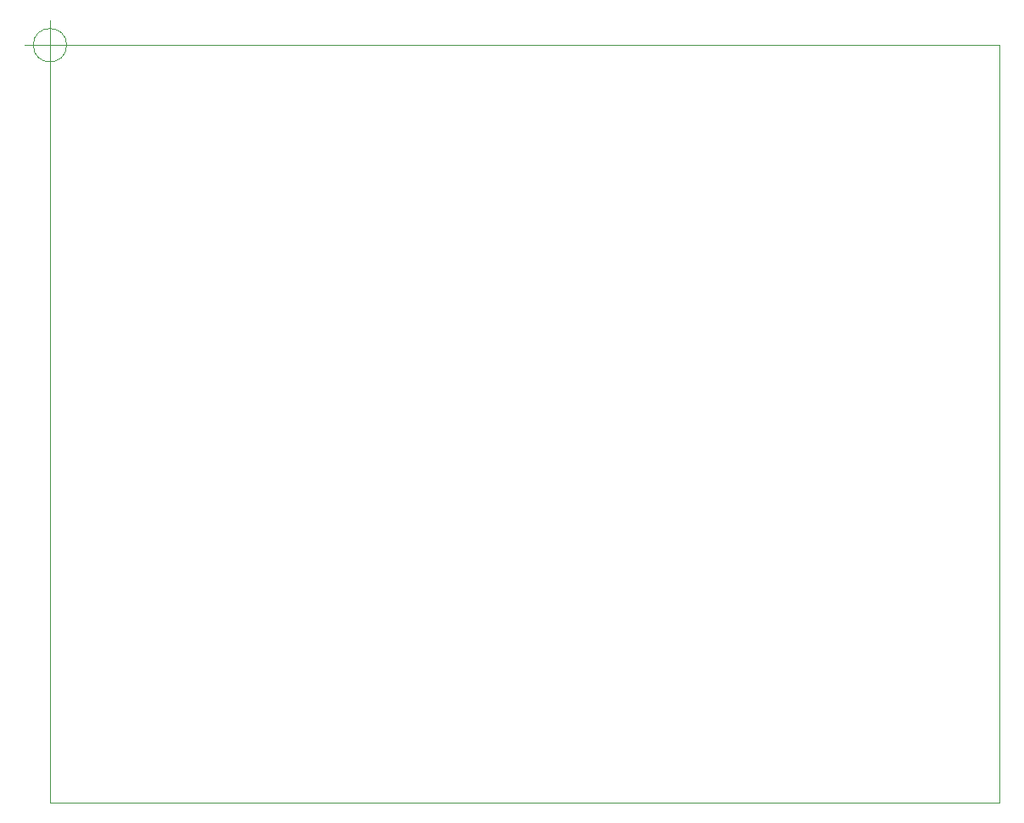
<source format=gbr>
%TF.GenerationSoftware,KiCad,Pcbnew,(6.0.0)*%
%TF.CreationDate,2022-04-24T16:41:59-07:00*%
%TF.ProjectId,Attic_Fan_Controller,41747469-635f-4466-916e-5f436f6e7472,rev?*%
%TF.SameCoordinates,Original*%
%TF.FileFunction,Profile,NP*%
%FSLAX46Y46*%
G04 Gerber Fmt 4.6, Leading zero omitted, Abs format (unit mm)*
G04 Created by KiCad (PCBNEW (6.0.0)) date 2022-04-24 16:41:59*
%MOMM*%
%LPD*%
G01*
G04 APERTURE LIST*
%TA.AperFunction,Profile*%
%ADD10C,0.100000*%
%TD*%
G04 APERTURE END LIST*
D10*
X106934000Y-87630000D02*
X12192000Y-87630000D01*
X12192000Y-87630000D02*
X12192000Y-11938000D01*
X12192000Y-11938000D02*
X106934000Y-11938000D01*
X106934000Y-11938000D02*
X106934000Y-87630000D01*
X13858666Y-11938000D02*
G75*
G03*
X13858666Y-11938000I-1666666J0D01*
G01*
X9692000Y-11938000D02*
X14692000Y-11938000D01*
X12192000Y-9438000D02*
X12192000Y-14438000D01*
M02*

</source>
